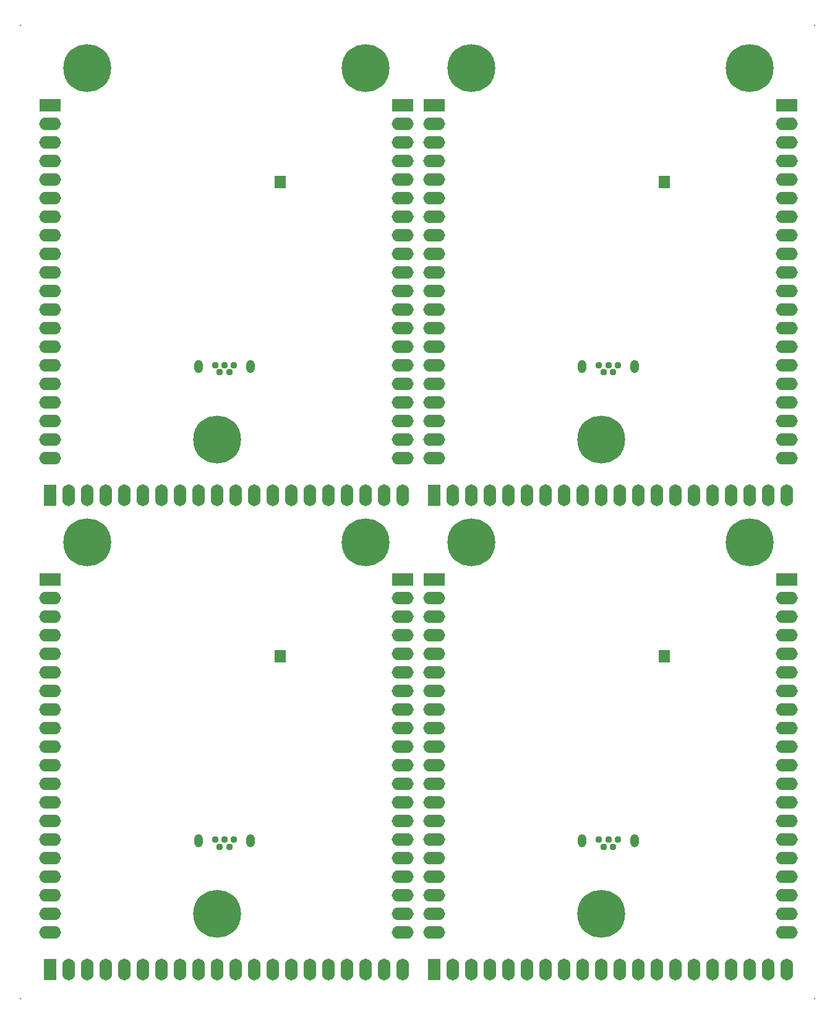
<source format=gbs>
G04 Layer_Color=16711935*
%FSLAX25Y25*%
%MOIN*%
G70*
G01*
G75*
%ADD48C,0.00800*%
%ADD49C,0.25800*%
%ADD50R,0.11800X0.06800*%
%ADD51O,0.11800X0.06800*%
%ADD52R,0.06800X0.11800*%
%ADD53O,0.06800X0.11800*%
%ADD54C,0.03753*%
G04:AMPARAMS|DCode=55|XSize=47.37mil|YSize=70.99mil|CornerRadius=23.68mil|HoleSize=0mil|Usage=FLASHONLY|Rotation=0.000|XOffset=0mil|YOffset=0mil|HoleType=Round|Shape=RoundedRectangle|*
%AMROUNDEDRECTD55*
21,1,0.04737,0.02362,0,0,0.0*
21,1,0.00000,0.07099,0,0,0.0*
1,1,0.04737,0.00000,-0.01181*
1,1,0.04737,0.00000,-0.01181*
1,1,0.04737,0.00000,0.01181*
1,1,0.04737,0.00000,0.01181*
%
%ADD55ROUNDEDRECTD55*%
%ADD56R,0.06299X0.07087*%
%ADD57R,0.05800X0.03300*%
D48*
X419874Y516374D02*
D03*
Y-7874D02*
D03*
X-7874D02*
D03*
X-7874Y516374D02*
D03*
D49*
X98000Y37800D02*
D03*
X28000Y237800D02*
D03*
X178000D02*
D03*
X304900Y37800D02*
D03*
X234900Y237800D02*
D03*
X384900D02*
D03*
X98000Y293200D02*
D03*
X28000Y493200D02*
D03*
X178000D02*
D03*
X304900Y293200D02*
D03*
X234900Y493200D02*
D03*
X384900D02*
D03*
D50*
X8000Y217800D02*
D03*
X198000D02*
D03*
X214900D02*
D03*
X404900D02*
D03*
X8000Y473200D02*
D03*
X198000D02*
D03*
X214900D02*
D03*
X404900D02*
D03*
D51*
X8000Y207800D02*
D03*
Y197800D02*
D03*
Y187800D02*
D03*
Y177800D02*
D03*
Y167800D02*
D03*
Y157800D02*
D03*
Y147800D02*
D03*
Y137800D02*
D03*
Y127800D02*
D03*
Y117800D02*
D03*
Y107800D02*
D03*
Y97800D02*
D03*
Y87800D02*
D03*
Y77800D02*
D03*
Y67800D02*
D03*
Y57800D02*
D03*
Y47800D02*
D03*
Y37800D02*
D03*
Y27800D02*
D03*
X198000Y207800D02*
D03*
Y197800D02*
D03*
Y187800D02*
D03*
Y177800D02*
D03*
Y167800D02*
D03*
Y157800D02*
D03*
Y147800D02*
D03*
Y137800D02*
D03*
Y127800D02*
D03*
Y117800D02*
D03*
Y107800D02*
D03*
Y97800D02*
D03*
Y87800D02*
D03*
Y77800D02*
D03*
Y67800D02*
D03*
Y57800D02*
D03*
Y47800D02*
D03*
Y37800D02*
D03*
Y27800D02*
D03*
X214900Y207800D02*
D03*
Y197800D02*
D03*
Y187800D02*
D03*
Y177800D02*
D03*
Y167800D02*
D03*
Y157800D02*
D03*
Y147800D02*
D03*
Y137800D02*
D03*
Y127800D02*
D03*
Y117800D02*
D03*
Y107800D02*
D03*
Y97800D02*
D03*
Y87800D02*
D03*
Y77800D02*
D03*
Y67800D02*
D03*
Y57800D02*
D03*
Y47800D02*
D03*
Y37800D02*
D03*
Y27800D02*
D03*
X404900Y207800D02*
D03*
Y197800D02*
D03*
Y187800D02*
D03*
Y177800D02*
D03*
Y167800D02*
D03*
Y157800D02*
D03*
Y147800D02*
D03*
Y137800D02*
D03*
Y127800D02*
D03*
Y117800D02*
D03*
Y107800D02*
D03*
Y97800D02*
D03*
Y87800D02*
D03*
Y77800D02*
D03*
Y67800D02*
D03*
Y57800D02*
D03*
Y47800D02*
D03*
Y37800D02*
D03*
Y27800D02*
D03*
X8000Y463200D02*
D03*
Y453200D02*
D03*
Y443200D02*
D03*
Y433200D02*
D03*
Y423200D02*
D03*
Y413200D02*
D03*
Y403200D02*
D03*
Y393200D02*
D03*
Y383200D02*
D03*
Y373200D02*
D03*
Y363200D02*
D03*
Y353200D02*
D03*
Y343200D02*
D03*
Y333200D02*
D03*
Y323200D02*
D03*
Y313200D02*
D03*
Y303200D02*
D03*
Y293200D02*
D03*
Y283200D02*
D03*
X198000Y463200D02*
D03*
Y453200D02*
D03*
Y443200D02*
D03*
Y433200D02*
D03*
Y423200D02*
D03*
Y413200D02*
D03*
Y403200D02*
D03*
Y393200D02*
D03*
Y383200D02*
D03*
Y373200D02*
D03*
Y363200D02*
D03*
Y353200D02*
D03*
Y343200D02*
D03*
Y333200D02*
D03*
Y323200D02*
D03*
Y313200D02*
D03*
Y303200D02*
D03*
Y293200D02*
D03*
Y283200D02*
D03*
X214900Y463200D02*
D03*
Y453200D02*
D03*
Y443200D02*
D03*
Y433200D02*
D03*
Y423200D02*
D03*
Y413200D02*
D03*
Y403200D02*
D03*
Y393200D02*
D03*
Y383200D02*
D03*
Y373200D02*
D03*
Y363200D02*
D03*
Y353200D02*
D03*
Y343200D02*
D03*
Y333200D02*
D03*
Y323200D02*
D03*
Y313200D02*
D03*
Y303200D02*
D03*
Y293200D02*
D03*
Y283200D02*
D03*
X404900Y463200D02*
D03*
Y453200D02*
D03*
Y443200D02*
D03*
Y433200D02*
D03*
Y423200D02*
D03*
Y413200D02*
D03*
Y403200D02*
D03*
Y393200D02*
D03*
Y383200D02*
D03*
Y373200D02*
D03*
Y363200D02*
D03*
Y353200D02*
D03*
Y343200D02*
D03*
Y333200D02*
D03*
Y323200D02*
D03*
Y313200D02*
D03*
Y303200D02*
D03*
Y293200D02*
D03*
Y283200D02*
D03*
D52*
X8000Y7800D02*
D03*
X214900D02*
D03*
X8000Y263200D02*
D03*
X214900D02*
D03*
D53*
X18000Y7800D02*
D03*
X28000D02*
D03*
X38000D02*
D03*
X48000D02*
D03*
X58000D02*
D03*
X68000D02*
D03*
X78000D02*
D03*
X88000D02*
D03*
X98000D02*
D03*
X108000D02*
D03*
X118000D02*
D03*
X128000D02*
D03*
X138000D02*
D03*
X148000D02*
D03*
X158000D02*
D03*
X168000D02*
D03*
X178000D02*
D03*
X188000D02*
D03*
X198000D02*
D03*
X224900D02*
D03*
X234900D02*
D03*
X244900D02*
D03*
X254900D02*
D03*
X264900D02*
D03*
X274900D02*
D03*
X284900D02*
D03*
X294900D02*
D03*
X304900D02*
D03*
X314900D02*
D03*
X324900D02*
D03*
X334900D02*
D03*
X344900D02*
D03*
X354900D02*
D03*
X364900D02*
D03*
X374900D02*
D03*
X384900D02*
D03*
X394900D02*
D03*
X404900D02*
D03*
X18000Y263200D02*
D03*
X28000D02*
D03*
X38000D02*
D03*
X48000D02*
D03*
X58000D02*
D03*
X68000D02*
D03*
X78000D02*
D03*
X88000D02*
D03*
X98000D02*
D03*
X108000D02*
D03*
X118000D02*
D03*
X128000D02*
D03*
X138000D02*
D03*
X148000D02*
D03*
X158000D02*
D03*
X168000D02*
D03*
X178000D02*
D03*
X188000D02*
D03*
X198000D02*
D03*
X224900D02*
D03*
X234900D02*
D03*
X244900D02*
D03*
X254900D02*
D03*
X264900D02*
D03*
X274900D02*
D03*
X284900D02*
D03*
X294900D02*
D03*
X304900D02*
D03*
X314900D02*
D03*
X324900D02*
D03*
X334900D02*
D03*
X344900D02*
D03*
X354900D02*
D03*
X364900D02*
D03*
X374900D02*
D03*
X384900D02*
D03*
X394900D02*
D03*
X404900D02*
D03*
D54*
X96864Y78000D02*
D03*
X99423Y74063D02*
D03*
X101982Y78000D02*
D03*
X107100D02*
D03*
X104541Y74063D02*
D03*
X303764Y78000D02*
D03*
X306323Y74063D02*
D03*
X308882Y78000D02*
D03*
X314000D02*
D03*
X311441Y74063D02*
D03*
X96864Y333400D02*
D03*
X99423Y329463D02*
D03*
X101982Y333400D02*
D03*
X107100D02*
D03*
X104541Y329463D02*
D03*
X303764Y333400D02*
D03*
X306323Y329463D02*
D03*
X308882Y333400D02*
D03*
X314000D02*
D03*
X311441Y329463D02*
D03*
D55*
X87907Y77134D02*
D03*
X116057D02*
D03*
X294807D02*
D03*
X322957D02*
D03*
X87907Y332534D02*
D03*
X116057D02*
D03*
X294807D02*
D03*
X322957D02*
D03*
D56*
X132000Y176622D02*
D03*
X338900D02*
D03*
X132000Y432022D02*
D03*
X338900D02*
D03*
D57*
X132000Y175000D02*
D03*
Y178243D02*
D03*
X338900Y175000D02*
D03*
Y178243D02*
D03*
X132000Y430400D02*
D03*
Y433643D02*
D03*
X338900Y430400D02*
D03*
Y433643D02*
D03*
M02*

</source>
